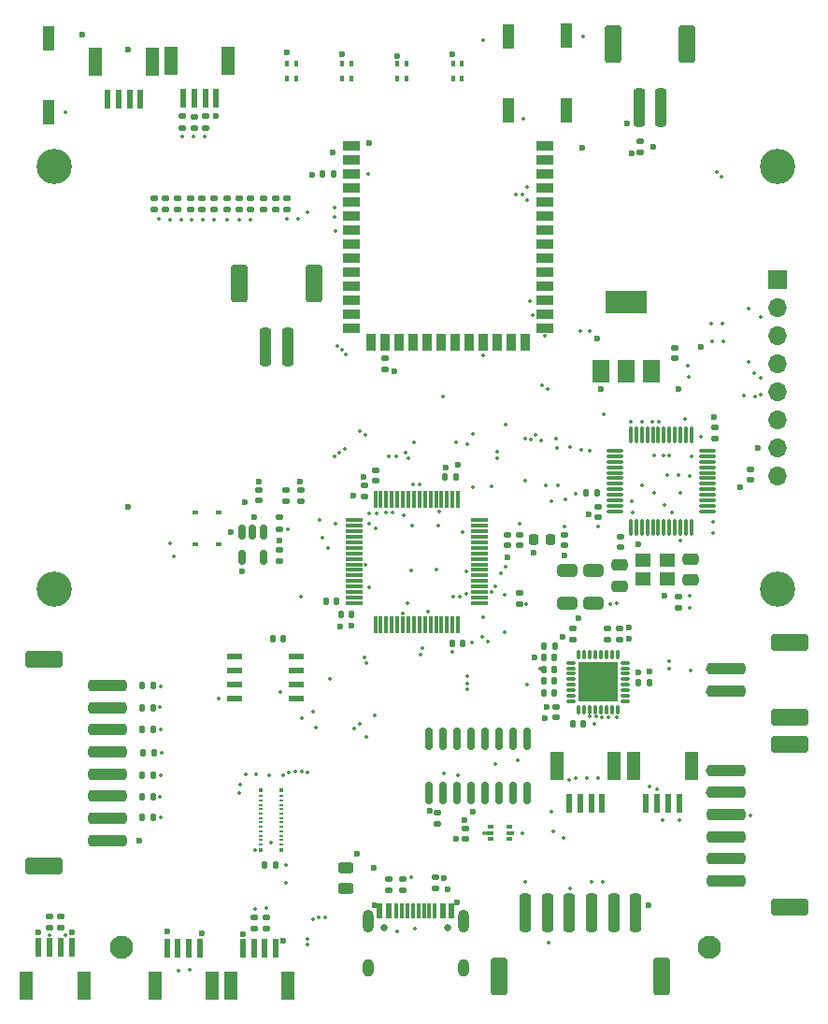
<source format=gbr>
%TF.GenerationSoftware,KiCad,Pcbnew,(6.0.11)*%
%TF.CreationDate,2023-04-23T13:39:53-07:00*%
%TF.ProjectId,EV6 Board Design,45563620-426f-4617-9264-204465736967,rev?*%
%TF.SameCoordinates,Original*%
%TF.FileFunction,Soldermask,Top*%
%TF.FilePolarity,Negative*%
%FSLAX46Y46*%
G04 Gerber Fmt 4.6, Leading zero omitted, Abs format (unit mm)*
G04 Created by KiCad (PCBNEW (6.0.11)) date 2023-04-23 13:39:53*
%MOMM*%
%LPD*%
G01*
G04 APERTURE LIST*
G04 Aperture macros list*
%AMRoundRect*
0 Rectangle with rounded corners*
0 $1 Rounding radius*
0 $2 $3 $4 $5 $6 $7 $8 $9 X,Y pos of 4 corners*
0 Add a 4 corners polygon primitive as box body*
4,1,4,$2,$3,$4,$5,$6,$7,$8,$9,$2,$3,0*
0 Add four circle primitives for the rounded corners*
1,1,$1+$1,$2,$3*
1,1,$1+$1,$4,$5*
1,1,$1+$1,$6,$7*
1,1,$1+$1,$8,$9*
0 Add four rect primitives between the rounded corners*
20,1,$1+$1,$2,$3,$4,$5,0*
20,1,$1+$1,$4,$5,$6,$7,0*
20,1,$1+$1,$6,$7,$8,$9,0*
20,1,$1+$1,$8,$9,$2,$3,0*%
G04 Aperture macros list end*
%ADD10R,0.500000X1.700000*%
%ADD11R,1.200000X2.500000*%
%ADD12C,3.200000*%
%ADD13RoundRect,0.135000X-0.135000X-0.185000X0.135000X-0.185000X0.135000X0.185000X-0.135000X0.185000X0*%
%ADD14RoundRect,0.140000X0.140000X0.170000X-0.140000X0.170000X-0.140000X-0.170000X0.140000X-0.170000X0*%
%ADD15R,1.422400X0.533400*%
%ADD16RoundRect,0.140000X-0.140000X-0.170000X0.140000X-0.170000X0.140000X0.170000X-0.140000X0.170000X0*%
%ADD17R,0.600000X0.450000*%
%ADD18RoundRect,0.075000X0.075000X-0.662500X0.075000X0.662500X-0.075000X0.662500X-0.075000X-0.662500X0*%
%ADD19RoundRect,0.075000X0.662500X-0.075000X0.662500X0.075000X-0.662500X0.075000X-0.662500X-0.075000X0*%
%ADD20RoundRect,0.140000X0.170000X-0.140000X0.170000X0.140000X-0.170000X0.140000X-0.170000X-0.140000X0*%
%ADD21RoundRect,0.250000X-0.475000X0.250000X-0.475000X-0.250000X0.475000X-0.250000X0.475000X0.250000X0*%
%ADD22RoundRect,0.135000X-0.185000X0.135000X-0.185000X-0.135000X0.185000X-0.135000X0.185000X0.135000X0*%
%ADD23RoundRect,0.140000X-0.170000X0.140000X-0.170000X-0.140000X0.170000X-0.140000X0.170000X0.140000X0*%
%ADD24RoundRect,0.250000X1.500000X-0.250000X1.500000X0.250000X-1.500000X0.250000X-1.500000X-0.250000X0*%
%ADD25RoundRect,0.250001X1.449999X-0.499999X1.449999X0.499999X-1.449999X0.499999X-1.449999X-0.499999X0*%
%ADD26R,0.400000X0.410000*%
%ADD27R,0.400000X0.200000*%
%ADD28RoundRect,0.075000X0.700000X0.075000X-0.700000X0.075000X-0.700000X-0.075000X0.700000X-0.075000X0*%
%ADD29RoundRect,0.075000X0.075000X0.700000X-0.075000X0.700000X-0.075000X-0.700000X0.075000X-0.700000X0*%
%ADD30RoundRect,0.135000X0.185000X-0.135000X0.185000X0.135000X-0.185000X0.135000X-0.185000X-0.135000X0*%
%ADD31RoundRect,0.218750X-0.218750X-0.256250X0.218750X-0.256250X0.218750X0.256250X-0.218750X0.256250X0*%
%ADD32RoundRect,0.135000X0.135000X0.185000X-0.135000X0.185000X-0.135000X-0.185000X0.135000X-0.185000X0*%
%ADD33C,2.100000*%
%ADD34R,1.700000X1.700000*%
%ADD35O,1.700000X1.700000*%
%ADD36RoundRect,0.250000X0.650000X-0.325000X0.650000X0.325000X-0.650000X0.325000X-0.650000X-0.325000X0*%
%ADD37RoundRect,0.243750X0.456250X-0.243750X0.456250X0.243750X-0.456250X0.243750X-0.456250X-0.243750X0*%
%ADD38RoundRect,0.250000X0.250000X1.500000X-0.250000X1.500000X-0.250000X-1.500000X0.250000X-1.500000X0*%
%ADD39RoundRect,0.250001X0.499999X1.449999X-0.499999X1.449999X-0.499999X-1.449999X0.499999X-1.449999X0*%
%ADD40R,1.120000X2.160000*%
%ADD41RoundRect,0.007500X-0.372500X-0.117500X0.372500X-0.117500X0.372500X0.117500X-0.372500X0.117500X0*%
%ADD42RoundRect,0.007500X0.117500X-0.372500X0.117500X0.372500X-0.117500X0.372500X-0.117500X-0.372500X0*%
%ADD43R,3.650000X3.650000*%
%ADD44RoundRect,0.250000X0.475000X-0.250000X0.475000X0.250000X-0.475000X0.250000X-0.475000X-0.250000X0*%
%ADD45R,0.400000X0.600000*%
%ADD46RoundRect,0.150000X0.150000X-0.825000X0.150000X0.825000X-0.150000X0.825000X-0.150000X-0.825000X0*%
%ADD47R,1.500000X2.000000*%
%ADD48R,3.800000X2.000000*%
%ADD49R,1.500000X0.900000*%
%ADD50R,0.900000X1.500000*%
%ADD51RoundRect,0.250000X-0.250000X-1.500000X0.250000X-1.500000X0.250000X1.500000X-0.250000X1.500000X0*%
%ADD52RoundRect,0.250001X-0.499999X-1.449999X0.499999X-1.449999X0.499999X1.449999X-0.499999X1.449999X0*%
%ADD53RoundRect,0.250000X-1.500000X0.250000X-1.500000X-0.250000X1.500000X-0.250000X1.500000X0.250000X0*%
%ADD54RoundRect,0.250001X-1.449999X0.499999X-1.449999X-0.499999X1.449999X-0.499999X1.449999X0.499999X0*%
%ADD55C,0.650000*%
%ADD56R,0.600000X1.450000*%
%ADD57R,0.300000X1.450000*%
%ADD58O,1.000000X2.100000*%
%ADD59O,1.000000X1.600000*%
%ADD60R,0.500000X0.375000*%
%ADD61R,0.650000X0.300000*%
%ADD62RoundRect,0.150000X-0.150000X0.512500X-0.150000X-0.512500X0.150000X-0.512500X0.150000X0.512500X0*%
%ADD63R,1.400000X1.200000*%
%ADD64C,0.350000*%
%ADD65C,0.600000*%
G04 APERTURE END LIST*
D10*
%TO.C,J14*%
X221400000Y-76180000D03*
X220400000Y-76180000D03*
X219400000Y-76180000D03*
X218400000Y-76180000D03*
D11*
X222500000Y-72780000D03*
X217300000Y-72780000D03*
%TD*%
D10*
%TO.C,J13*%
X214530000Y-76200000D03*
X213530000Y-76200000D03*
X212530000Y-76200000D03*
X211530000Y-76200000D03*
D11*
X215630000Y-72800000D03*
X210430000Y-72800000D03*
%TD*%
D10*
%TO.C,J12*%
X263330000Y-139990000D03*
X262330000Y-139990000D03*
X261330000Y-139990000D03*
X260330000Y-139990000D03*
D11*
X264430000Y-136590000D03*
X259230000Y-136590000D03*
%TD*%
D10*
%TO.C,J7*%
X223800000Y-153070000D03*
X224800000Y-153070000D03*
X225800000Y-153070000D03*
X226800000Y-153070000D03*
D11*
X222700000Y-156470000D03*
X227900000Y-156470000D03*
%TD*%
D10*
%TO.C,J6*%
X256370000Y-139960000D03*
X255370000Y-139960000D03*
X254370000Y-139960000D03*
X253370000Y-139960000D03*
D11*
X257470000Y-136560000D03*
X252270000Y-136560000D03*
%TD*%
D10*
%TO.C,J5*%
X216920000Y-153100000D03*
X217920000Y-153100000D03*
X218920000Y-153100000D03*
X219920000Y-153100000D03*
D11*
X215820000Y-156500000D03*
X221020000Y-156500000D03*
%TD*%
D10*
%TO.C,J3*%
X205290000Y-153050000D03*
X206290000Y-153050000D03*
X207290000Y-153050000D03*
X208290000Y-153050000D03*
D11*
X204190000Y-156450000D03*
X209390000Y-156450000D03*
%TD*%
D12*
%TO.C,REF\u002A\u002A*%
X206750000Y-120600000D03*
%TD*%
D13*
%TO.C,R28*%
X214740000Y-135400000D03*
X215760000Y-135400000D03*
%TD*%
D14*
%TO.C,C13*%
X233630000Y-122900000D03*
X232670000Y-122900000D03*
%TD*%
D15*
%TO.C,CR1*%
X223056000Y-126645000D03*
X223056000Y-127915000D03*
X223056000Y-129185000D03*
X223056000Y-130455000D03*
X228644000Y-130455000D03*
X228644000Y-129185000D03*
X228644000Y-127915000D03*
X228644000Y-126645000D03*
%TD*%
D16*
%TO.C,C22*%
X231320000Y-121700000D03*
X232280000Y-121700000D03*
%TD*%
D17*
%TO.C,D2*%
X219500000Y-113610000D03*
X221600000Y-113610000D03*
%TD*%
D12*
%TO.C,REF\u002A\u002A*%
X206750000Y-82300000D03*
%TD*%
D18*
%TO.C,U5*%
X258950000Y-114962500D03*
X259450000Y-114962500D03*
X259950000Y-114962500D03*
X260450000Y-114962500D03*
X260950000Y-114962500D03*
X261450000Y-114962500D03*
X261950000Y-114962500D03*
X262450000Y-114962500D03*
X262950000Y-114962500D03*
X263450000Y-114962500D03*
X263950000Y-114962500D03*
X264450000Y-114962500D03*
D19*
X265862500Y-113550000D03*
X265862500Y-113050000D03*
X265862500Y-112550000D03*
X265862500Y-112050000D03*
X265862500Y-111550000D03*
X265862500Y-111050000D03*
X265862500Y-110550000D03*
X265862500Y-110050000D03*
X265862500Y-109550000D03*
X265862500Y-109050000D03*
X265862500Y-108550000D03*
X265862500Y-108050000D03*
D18*
X264450000Y-106637500D03*
X263950000Y-106637500D03*
X263450000Y-106637500D03*
X262950000Y-106637500D03*
X262450000Y-106637500D03*
X261950000Y-106637500D03*
X261450000Y-106637500D03*
X260950000Y-106637500D03*
X260450000Y-106637500D03*
X259950000Y-106637500D03*
X259450000Y-106637500D03*
X258950000Y-106637500D03*
D19*
X257537500Y-108050000D03*
X257537500Y-108550000D03*
X257537500Y-109050000D03*
X257537500Y-109550000D03*
X257537500Y-110050000D03*
X257537500Y-110550000D03*
X257537500Y-111050000D03*
X257537500Y-111550000D03*
X257537500Y-112050000D03*
X257537500Y-112550000D03*
X257537500Y-113050000D03*
X257537500Y-113550000D03*
%TD*%
D14*
%TO.C,C33*%
X227450000Y-125110000D03*
X226490000Y-125110000D03*
%TD*%
D20*
%TO.C,C14*%
X234800000Y-112180000D03*
X234800000Y-111220000D03*
%TD*%
D21*
%TO.C,C4*%
X257900000Y-118400000D03*
X257900000Y-120300000D03*
%TD*%
D20*
%TO.C,C3*%
X257900000Y-125130000D03*
X257900000Y-124170000D03*
%TD*%
D22*
%TO.C,R3*%
X238300000Y-146840000D03*
X238300000Y-147860000D03*
%TD*%
D23*
%TO.C,C2*%
X262940000Y-98730000D03*
X262940000Y-99690000D03*
%TD*%
D20*
%TO.C,C19*%
X225250000Y-112560000D03*
X225250000Y-111600000D03*
%TD*%
D22*
%TO.C,R38*%
X227750000Y-111600000D03*
X227750000Y-112620000D03*
%TD*%
D24*
%TO.C,J8*%
X267600000Y-147000000D03*
X267600000Y-145000000D03*
X267600000Y-143000000D03*
X267600000Y-141000000D03*
X267600000Y-139000000D03*
X267600000Y-137000000D03*
D25*
X273350000Y-149350000D03*
X273350000Y-134650000D03*
%TD*%
D26*
%TO.C,U13*%
X225390000Y-144215000D03*
D27*
X225390000Y-143710000D03*
X225390000Y-143310000D03*
X225390000Y-142907924D03*
X225390000Y-142510000D03*
X225390000Y-142110000D03*
X225390000Y-141710000D03*
X225390000Y-141310000D03*
X225390000Y-140910000D03*
X225390000Y-140510000D03*
X225390000Y-140110000D03*
X225390000Y-139710000D03*
X225390000Y-139310000D03*
D26*
X225390000Y-138805000D03*
X227270000Y-138805000D03*
D27*
X227270000Y-139310000D03*
X227270000Y-139710000D03*
X227270000Y-140110000D03*
X227270000Y-140510000D03*
X227270000Y-140910000D03*
X227270000Y-141310000D03*
X227270000Y-141710000D03*
X227270000Y-142110000D03*
X227270000Y-142510000D03*
X227270000Y-142907924D03*
X227270000Y-143310000D03*
X227270000Y-143710000D03*
D26*
X227270000Y-144215000D03*
%TD*%
D28*
%TO.C,U1*%
X245225000Y-121850000D03*
X245225000Y-121350000D03*
X245225000Y-120850000D03*
X245225000Y-120350000D03*
X245225000Y-119850000D03*
X245225000Y-119350000D03*
X245225000Y-118850000D03*
X245225000Y-118350000D03*
X245225000Y-117850000D03*
X245225000Y-117350000D03*
X245225000Y-116850000D03*
X245225000Y-116350000D03*
X245225000Y-115850000D03*
X245225000Y-115350000D03*
X245225000Y-114850000D03*
X245225000Y-114350000D03*
D29*
X243300000Y-112425000D03*
X242800000Y-112425000D03*
X242300000Y-112425000D03*
X241800000Y-112425000D03*
X241300000Y-112425000D03*
X240800000Y-112425000D03*
X240300000Y-112425000D03*
X239800000Y-112425000D03*
X239300000Y-112425000D03*
X238800000Y-112425000D03*
X238300000Y-112425000D03*
X237800000Y-112425000D03*
X237300000Y-112425000D03*
X236800000Y-112425000D03*
X236300000Y-112425000D03*
X235800000Y-112425000D03*
D28*
X233875000Y-114350000D03*
X233875000Y-114850000D03*
X233875000Y-115350000D03*
X233875000Y-115850000D03*
X233875000Y-116350000D03*
X233875000Y-116850000D03*
X233875000Y-117350000D03*
X233875000Y-117850000D03*
X233875000Y-118350000D03*
X233875000Y-118850000D03*
X233875000Y-119350000D03*
X233875000Y-119850000D03*
X233875000Y-120350000D03*
X233875000Y-120850000D03*
X233875000Y-121350000D03*
X233875000Y-121850000D03*
D29*
X235800000Y-123775000D03*
X236300000Y-123775000D03*
X236800000Y-123775000D03*
X237300000Y-123775000D03*
X237800000Y-123775000D03*
X238300000Y-123775000D03*
X238800000Y-123775000D03*
X239300000Y-123775000D03*
X239800000Y-123775000D03*
X240300000Y-123775000D03*
X240800000Y-123775000D03*
X241300000Y-123775000D03*
X241800000Y-123775000D03*
X242300000Y-123775000D03*
X242800000Y-123775000D03*
X243300000Y-123775000D03*
%TD*%
D30*
%TO.C,R5*%
X248840000Y-121910000D03*
X248840000Y-120890000D03*
%TD*%
D20*
%TO.C,C16*%
X252200000Y-132180000D03*
X252200000Y-131220000D03*
%TD*%
D31*
%TO.C,120R1*%
X250112500Y-116100000D03*
X251687500Y-116100000D03*
%TD*%
D30*
%TO.C,R17*%
X226750000Y-86210000D03*
X226750000Y-85190000D03*
%TD*%
D22*
%TO.C,R13*%
X217850000Y-85190000D03*
X217850000Y-86210000D03*
%TD*%
D20*
%TO.C,C20*%
X269750000Y-110680000D03*
X269750000Y-109720000D03*
%TD*%
D13*
%TO.C,R30*%
X214640000Y-137400000D03*
X215660000Y-137400000D03*
%TD*%
D32*
%TO.C,R4*%
X232070000Y-83000000D03*
X231050000Y-83000000D03*
%TD*%
D33*
%TO.C,REF\u002A\u002A*%
X266100000Y-153020000D03*
%TD*%
D22*
%TO.C,R39*%
X229100000Y-111590000D03*
X229100000Y-112610000D03*
%TD*%
%TO.C,R21*%
X207270000Y-150190000D03*
X207270000Y-151210000D03*
%TD*%
D20*
%TO.C,C5*%
X243950000Y-143230000D03*
X243950000Y-142270000D03*
%TD*%
D34*
%TO.C,J4*%
X272250000Y-92560000D03*
D35*
X272250000Y-95100000D03*
X272250000Y-97640000D03*
X272250000Y-100180000D03*
X272250000Y-102720000D03*
X272250000Y-105260000D03*
X272250000Y-107800000D03*
X272250000Y-110340000D03*
%TD*%
D23*
%TO.C,C8*%
X247750000Y-115670000D03*
X247750000Y-116630000D03*
%TD*%
D22*
%TO.C,R12*%
X222400000Y-85190000D03*
X222400000Y-86210000D03*
%TD*%
%TO.C,R11*%
X223450000Y-85190000D03*
X223450000Y-86210000D03*
%TD*%
D23*
%TO.C,C21*%
X235850000Y-109820000D03*
X235850000Y-110780000D03*
%TD*%
D22*
%TO.C,R6*%
X224500000Y-85190000D03*
X224500000Y-86210000D03*
%TD*%
D30*
%TO.C,R16*%
X227800000Y-86210000D03*
X227800000Y-85190000D03*
%TD*%
D24*
%TO.C,J2*%
X267600000Y-129800000D03*
X267600000Y-127800000D03*
D25*
X273350000Y-132150000D03*
X273350000Y-125450000D03*
%TD*%
D22*
%TO.C,R35*%
X218310000Y-77790000D03*
X218310000Y-78810000D03*
%TD*%
D36*
%TO.C,C29*%
X255600000Y-121855000D03*
X255600000Y-118905000D03*
%TD*%
D16*
%TO.C,C27*%
X251070000Y-129950000D03*
X252030000Y-129950000D03*
%TD*%
D23*
%TO.C,C10*%
X252950000Y-115670000D03*
X252950000Y-116630000D03*
%TD*%
D30*
%TO.C,R24*%
X220100000Y-86210000D03*
X220100000Y-85190000D03*
%TD*%
D13*
%TO.C,R19*%
X254890000Y-111880000D03*
X255910000Y-111880000D03*
%TD*%
D12*
%TO.C,REF\u002A\u002A*%
X272250000Y-120600000D03*
%TD*%
D30*
%TO.C,R1*%
X263300000Y-122250000D03*
X263300000Y-121230000D03*
%TD*%
D14*
%TO.C,C12*%
X243730000Y-125500000D03*
X242770000Y-125500000D03*
%TD*%
D22*
%TO.C,R37*%
X227100000Y-117040000D03*
X227100000Y-118060000D03*
%TD*%
D30*
%TO.C,R18*%
X225700000Y-86210000D03*
X225700000Y-85190000D03*
%TD*%
D22*
%TO.C,R2*%
X241250000Y-146690000D03*
X241250000Y-147710000D03*
%TD*%
D20*
%TO.C,C25*%
X266600000Y-106930000D03*
X266600000Y-105970000D03*
%TD*%
%TO.C,C1*%
X237050000Y-147830000D03*
X237050000Y-146870000D03*
%TD*%
D30*
%TO.C,R32*%
X236650000Y-100710000D03*
X236650000Y-99690000D03*
%TD*%
D17*
%TO.C,D10*%
X219500000Y-116540000D03*
X221600000Y-116540000D03*
%TD*%
D22*
%TO.C,R8*%
X224790000Y-150300000D03*
X224790000Y-151320000D03*
%TD*%
D37*
%TO.C,D11*%
X233160000Y-147677500D03*
X233160000Y-145802500D03*
%TD*%
D38*
%TO.C,J15*%
X261700000Y-76950000D03*
X259700000Y-76950000D03*
D39*
X257350000Y-71200000D03*
X264050000Y-71200000D03*
%TD*%
D16*
%TO.C,C15*%
X253670000Y-132750000D03*
X254630000Y-132750000D03*
%TD*%
D40*
%TO.C,SW3*%
X247850000Y-77265000D03*
X247850000Y-70535000D03*
%TD*%
D22*
%TO.C,R15*%
X215800000Y-85190000D03*
X215800000Y-86210000D03*
%TD*%
D41*
%TO.C,U6*%
X253527500Y-127250000D03*
X253527500Y-127750000D03*
X253527500Y-128250000D03*
X253527500Y-128750000D03*
X253527500Y-129250000D03*
X253527500Y-129750000D03*
X253527500Y-130250000D03*
X253527500Y-130750000D03*
D42*
X254252500Y-131475000D03*
X254752500Y-131475000D03*
X255252500Y-131475000D03*
X255752500Y-131475000D03*
X256252500Y-131475000D03*
X256752500Y-131475000D03*
X257252500Y-131475000D03*
X257752500Y-131475000D03*
D41*
X258477500Y-130750000D03*
X258477500Y-130250000D03*
X258477500Y-129750000D03*
X258477500Y-129250000D03*
X258477500Y-128750000D03*
X258477500Y-128250000D03*
X258477500Y-127750000D03*
X258477500Y-127250000D03*
D42*
X257752500Y-126525000D03*
X257252500Y-126525000D03*
X256752500Y-126525000D03*
X256252500Y-126525000D03*
X255752500Y-126525000D03*
X255252500Y-126525000D03*
X254752500Y-126525000D03*
X254252500Y-126525000D03*
D43*
X256002500Y-129000000D03*
%TD*%
D44*
%TO.C,C23*%
X264350000Y-119750000D03*
X264350000Y-117850000D03*
%TD*%
D32*
%TO.C,R9*%
X252060000Y-125750000D03*
X251040000Y-125750000D03*
%TD*%
D22*
%TO.C,R14*%
X216825000Y-85190000D03*
X216825000Y-86210000D03*
%TD*%
D36*
%TO.C,C30*%
X253170000Y-121855000D03*
X253170000Y-118905000D03*
%TD*%
D13*
%TO.C,R22*%
X214640000Y-129350000D03*
X215660000Y-129350000D03*
%TD*%
D45*
%TO.C,D4*%
X242825000Y-74370000D03*
X242825000Y-72970000D03*
X243625000Y-72970000D03*
X243625000Y-74370000D03*
%TD*%
D22*
%TO.C,R36*%
X227150000Y-114110000D03*
X227150000Y-115130000D03*
%TD*%
%TO.C,R34*%
X219380000Y-77800000D03*
X219380000Y-78820000D03*
%TD*%
D40*
%TO.C,SW1*%
X206230000Y-77415000D03*
X206230000Y-70685000D03*
%TD*%
D46*
%TO.C,U3*%
X240655000Y-139045000D03*
X241925000Y-139045000D03*
X243195000Y-139045000D03*
X244465000Y-139045000D03*
X245735000Y-139045000D03*
X247005000Y-139045000D03*
X248275000Y-139045000D03*
X249545000Y-139045000D03*
X249545000Y-134095000D03*
X248275000Y-134095000D03*
X247005000Y-134095000D03*
X245735000Y-134095000D03*
X244465000Y-134095000D03*
X243195000Y-134095000D03*
X241925000Y-134095000D03*
X240655000Y-134095000D03*
%TD*%
D30*
%TO.C,R23*%
X221150000Y-86210000D03*
X221150000Y-85190000D03*
%TD*%
D32*
%TO.C,R41*%
X226790000Y-145580000D03*
X225770000Y-145580000D03*
%TD*%
D40*
%TO.C,SW2*%
X253100000Y-77215000D03*
X253100000Y-70485000D03*
%TD*%
D13*
%TO.C,R27*%
X214640000Y-133300000D03*
X215660000Y-133300000D03*
%TD*%
D16*
%TO.C,C18*%
X251070000Y-128900000D03*
X252030000Y-128900000D03*
%TD*%
%TO.C,C6*%
X259660000Y-129080000D03*
X260620000Y-129080000D03*
%TD*%
D47*
%TO.C,U2*%
X256250000Y-100860000D03*
D48*
X258550000Y-94560000D03*
D47*
X258550000Y-100860000D03*
X260850000Y-100860000D03*
%TD*%
D45*
%TO.C,D3*%
X227825000Y-74370000D03*
X227825000Y-72970000D03*
X228625000Y-72970000D03*
X228625000Y-74370000D03*
%TD*%
D49*
%TO.C,U11*%
X233650000Y-80465000D03*
X233650000Y-81735000D03*
X233650000Y-83005000D03*
X233650000Y-84275000D03*
X233650000Y-85545000D03*
X233650000Y-86815000D03*
X233650000Y-88085000D03*
X233650000Y-89355000D03*
X233650000Y-90625000D03*
X233650000Y-91895000D03*
X233650000Y-93165000D03*
X233650000Y-94435000D03*
X233650000Y-95705000D03*
X233650000Y-96975000D03*
D50*
X235415000Y-98225000D03*
X236685000Y-98225000D03*
X237955000Y-98225000D03*
X239225000Y-98225000D03*
X240495000Y-98225000D03*
X241765000Y-98225000D03*
X243035000Y-98225000D03*
X244305000Y-98225000D03*
X245575000Y-98225000D03*
X246845000Y-98225000D03*
X248115000Y-98225000D03*
X249385000Y-98225000D03*
D49*
X251150000Y-96975000D03*
X251150000Y-95705000D03*
X251150000Y-94435000D03*
X251150000Y-93165000D03*
X251150000Y-91895000D03*
X251150000Y-90625000D03*
X251150000Y-89355000D03*
X251150000Y-88085000D03*
X251150000Y-86815000D03*
X251150000Y-85545000D03*
X251150000Y-84275000D03*
X251150000Y-83005000D03*
X251150000Y-81735000D03*
X251150000Y-80465000D03*
%TD*%
D16*
%TO.C,C17*%
X251070000Y-127850000D03*
X252030000Y-127850000D03*
%TD*%
D23*
%TO.C,C7*%
X253700000Y-124170000D03*
X253700000Y-125130000D03*
%TD*%
D51*
%TO.C,J11*%
X249400000Y-149850000D03*
X251400000Y-149850000D03*
X253400000Y-149850000D03*
X255400000Y-149850000D03*
X257400000Y-149850000D03*
X259400000Y-149850000D03*
D52*
X261750000Y-155600000D03*
X247050000Y-155600000D03*
%TD*%
D20*
%TO.C,C32*%
X241460000Y-141810000D03*
X241460000Y-140850000D03*
%TD*%
D53*
%TO.C,J10*%
X211570000Y-129330000D03*
X211570000Y-131330000D03*
X211570000Y-133330000D03*
X211570000Y-135330000D03*
X211570000Y-137330000D03*
X211570000Y-139330000D03*
X211570000Y-141330000D03*
X211570000Y-143330000D03*
D54*
X205820000Y-126980000D03*
X205820000Y-145680000D03*
%TD*%
D23*
%TO.C,C31*%
X256850000Y-124170000D03*
X256850000Y-125130000D03*
%TD*%
D12*
%TO.C,REF\u002A\u002A*%
X272250000Y-82300000D03*
%TD*%
D23*
%TO.C,C9*%
X248850000Y-115670000D03*
X248850000Y-116630000D03*
%TD*%
%TO.C,C24*%
X258010000Y-115860000D03*
X258010000Y-116820000D03*
%TD*%
D38*
%TO.C,J1*%
X227860000Y-98630000D03*
X225860000Y-98630000D03*
D39*
X223510000Y-92880000D03*
X230210000Y-92880000D03*
%TD*%
D33*
%TO.C,REF\u002A\u002A*%
X212800000Y-153020000D03*
%TD*%
D55*
%TO.C,J9*%
X236560000Y-151200000D03*
X242340000Y-151200000D03*
D56*
X236200000Y-149755000D03*
X237000000Y-149755000D03*
D57*
X238200000Y-149755000D03*
X239200000Y-149755000D03*
X239700000Y-149755000D03*
X240700000Y-149755000D03*
D56*
X241900000Y-149755000D03*
X242700000Y-149755000D03*
X242700000Y-149755000D03*
X241900000Y-149755000D03*
D57*
X241200000Y-149755000D03*
X240200000Y-149755000D03*
X238700000Y-149755000D03*
X237700000Y-149755000D03*
D56*
X237000000Y-149755000D03*
X236200000Y-149755000D03*
D58*
X243770000Y-150670000D03*
X235130000Y-150670000D03*
D59*
X243770000Y-154850000D03*
X235130000Y-154850000D03*
%TD*%
D45*
%TO.C,D5*%
X232825000Y-74370000D03*
X232825000Y-72970000D03*
X233625000Y-72970000D03*
X233625000Y-74370000D03*
%TD*%
D13*
%TO.C,R29*%
X214640000Y-141250000D03*
X215660000Y-141250000D03*
%TD*%
%TO.C,R26*%
X214640000Y-131300000D03*
X215660000Y-131300000D03*
%TD*%
D16*
%TO.C,C11*%
X242120000Y-110450000D03*
X243080000Y-110450000D03*
%TD*%
D45*
%TO.C,D18*%
X237825000Y-74370000D03*
X237825000Y-72970000D03*
X238625000Y-72970000D03*
X238625000Y-74370000D03*
%TD*%
D60*
%TO.C,U4*%
X246250000Y-142112500D03*
D61*
X246175000Y-142650000D03*
D60*
X246250000Y-143187500D03*
X247950000Y-143187500D03*
D61*
X248025000Y-142650000D03*
D60*
X247950000Y-142112500D03*
%TD*%
D22*
%TO.C,R33*%
X220470000Y-77790000D03*
X220470000Y-78810000D03*
%TD*%
%TO.C,R40*%
X259760000Y-80060000D03*
X259760000Y-81080000D03*
%TD*%
D13*
%TO.C,R31*%
X214640000Y-139350000D03*
X215660000Y-139350000D03*
%TD*%
D22*
%TO.C,R20*%
X206260000Y-150200000D03*
X206260000Y-151220000D03*
%TD*%
D62*
%TO.C,U12*%
X225650000Y-115412500D03*
X224700000Y-115412500D03*
X223750000Y-115412500D03*
X223750000Y-117687500D03*
X225650000Y-117687500D03*
%TD*%
D14*
%TO.C,C28*%
X252030000Y-126800000D03*
X251070000Y-126800000D03*
%TD*%
D22*
%TO.C,R7*%
X225900000Y-150340000D03*
X225900000Y-151360000D03*
%TD*%
D20*
%TO.C,C26*%
X256000000Y-114080000D03*
X256000000Y-113120000D03*
%TD*%
D30*
%TO.C,R25*%
X219050000Y-86210000D03*
X219050000Y-85190000D03*
%TD*%
D63*
%TO.C,Y1*%
X260050000Y-119650000D03*
X262250000Y-119650000D03*
X262250000Y-117950000D03*
X260050000Y-117950000D03*
%TD*%
D64*
X261840000Y-141470000D03*
X263320000Y-141500000D03*
D65*
X254555000Y-80655000D03*
X209290000Y-70400000D03*
X213380000Y-71700000D03*
X221350000Y-77730000D03*
X237550000Y-100840000D03*
X230100000Y-83050000D03*
X231940000Y-81050000D03*
X235209500Y-80200500D03*
X227790000Y-72020000D03*
X232800000Y-72140000D03*
X237800000Y-72340000D03*
X242800000Y-72180000D03*
X260980000Y-80510000D03*
X258650000Y-78400000D03*
X259000000Y-81110000D03*
X265300000Y-98700000D03*
X255863000Y-97887000D03*
X256250000Y-102460000D03*
X263310000Y-102470000D03*
X266525500Y-105050000D03*
X270430000Y-107800000D03*
X268880000Y-111320000D03*
X262000000Y-121200000D03*
X259650000Y-116550000D03*
X255100878Y-113816541D03*
X252950000Y-117500000D03*
X250150000Y-117300000D03*
X247750000Y-117700000D03*
X243300000Y-109350000D03*
X242200000Y-109550000D03*
X233800000Y-112120000D03*
X234750000Y-110400000D03*
X213380000Y-113120000D03*
X228960000Y-110850000D03*
X225250000Y-110820000D03*
X227100000Y-116150000D03*
X224800000Y-114050000D03*
X224015000Y-112735000D03*
X222690000Y-115390000D03*
X223750000Y-119000000D03*
X233600000Y-123850000D03*
X232606611Y-123960377D03*
X251190497Y-132249503D03*
X251300000Y-131250000D03*
X250250000Y-126770000D03*
X252775000Y-124925000D03*
X254240000Y-123250000D03*
X258812206Y-124092206D03*
X258800000Y-125050000D03*
X259650000Y-128110000D03*
X260620000Y-128010000D03*
X240733000Y-140660023D03*
X244655000Y-140725000D03*
X243900000Y-141510000D03*
X243120000Y-143230000D03*
X214450000Y-143380000D03*
X205250000Y-151680000D03*
X208320000Y-151660000D03*
X217000000Y-151610000D03*
X220050000Y-151730000D03*
X227434813Y-152423000D03*
X223800000Y-151790000D03*
X234125688Y-144574312D03*
X235635000Y-145785000D03*
X235780000Y-149170000D03*
X242050000Y-146713000D03*
X242360000Y-147790000D03*
X243200000Y-148920000D03*
X260590000Y-149170000D03*
D64*
X270690000Y-95950000D03*
X270690000Y-101430000D03*
X269610000Y-99980000D03*
X269599609Y-95187104D03*
X270725411Y-102939103D03*
X270160000Y-101002000D03*
X238586331Y-108245758D03*
X238360000Y-113912000D03*
X238780000Y-108760000D03*
X239118801Y-114801199D03*
X251130000Y-97660000D03*
X247203563Y-119146500D03*
X248900000Y-114650000D03*
X229030000Y-121230000D03*
X227174713Y-129914713D03*
X252950000Y-114900000D03*
X244550000Y-125450000D03*
X262679913Y-113643530D03*
X251740000Y-140740000D03*
X255609462Y-132750538D03*
X251900000Y-142549500D03*
X264280000Y-122270000D03*
X249400000Y-147100000D03*
X224890378Y-149513556D03*
X265300000Y-106800000D03*
X256000000Y-114950000D03*
X259100000Y-113650000D03*
X225920000Y-149474500D03*
X249150000Y-142700000D03*
X239083725Y-146649500D03*
X253940000Y-111940000D03*
X221650000Y-130500000D03*
X245688000Y-142650000D03*
X224935000Y-144215000D03*
X242750000Y-126300000D03*
X254600000Y-70550000D03*
X264450500Y-108550000D03*
X269750000Y-141050000D03*
X229624500Y-152240000D03*
X240050000Y-125950000D03*
X234970000Y-133990000D03*
X229624500Y-152789503D03*
X235730000Y-132030000D03*
X239910562Y-126538104D03*
X227742000Y-147154500D03*
X227860000Y-115160000D03*
X239406188Y-151306188D03*
X237800000Y-151550000D03*
X255261051Y-132125538D03*
X247530000Y-124464047D03*
X249372000Y-110805504D03*
X262466003Y-108448500D03*
X247548500Y-121120000D03*
X244080403Y-118991217D03*
X249373725Y-106991851D03*
X206250000Y-151890000D03*
X234424500Y-106308000D03*
X207708220Y-151944041D03*
X234927130Y-106635000D03*
X251460000Y-152560000D03*
X251730000Y-112653000D03*
X261980000Y-112930000D03*
X264360000Y-127940000D03*
X264280000Y-121180000D03*
X252880000Y-143150000D03*
X253410000Y-147710000D03*
X244150000Y-129670000D03*
X231250000Y-150270000D03*
X249520287Y-129259713D03*
X250774500Y-127790000D03*
X255195000Y-108045000D03*
X253330000Y-137900000D03*
X235180000Y-82960000D03*
X249478331Y-121910000D03*
X260660000Y-138490000D03*
X230160000Y-150470000D03*
X244156500Y-128470000D03*
X222400000Y-87150000D03*
X262249964Y-110250036D03*
X223450000Y-87150000D03*
X263249397Y-110261821D03*
X224500000Y-87150000D03*
X264268261Y-110315885D03*
X230420170Y-133115000D03*
X226147000Y-137400000D03*
X233912670Y-133231671D03*
X246345000Y-120845000D03*
X246670000Y-120350000D03*
X234382573Y-132761769D03*
X237339388Y-113641212D03*
X218010000Y-155120000D03*
X236790000Y-113630000D03*
X219020000Y-155070000D03*
X249590000Y-84220000D03*
X255968792Y-137679969D03*
X266270552Y-96540411D03*
X253473500Y-107746500D03*
X267160000Y-83285763D03*
X266331312Y-98180351D03*
X237679713Y-108570287D03*
X254969290Y-137680604D03*
X267270000Y-96530000D03*
X252266750Y-107786750D03*
X267330000Y-98140000D03*
X249570000Y-85390000D03*
X266722000Y-82847763D03*
X237060000Y-108570000D03*
X229144626Y-137108384D03*
X223501000Y-139085414D03*
X230800000Y-114300000D03*
X224028265Y-137315620D03*
X232200000Y-114650000D03*
X231041676Y-115961775D03*
X227473000Y-137397000D03*
X244156500Y-129110000D03*
X230705570Y-150344494D03*
X231500000Y-116850000D03*
X228525200Y-137108384D03*
X234848560Y-126749350D03*
X229684820Y-137209102D03*
X226380000Y-143500000D03*
X235032928Y-127267000D03*
X247641224Y-105652000D03*
X243159164Y-107323319D03*
X263439628Y-111830912D03*
X216203414Y-87103046D03*
X244149583Y-107457756D03*
X217200692Y-87169691D03*
X244605068Y-106554932D03*
X218200000Y-87150000D03*
X265924500Y-129870000D03*
X262400000Y-127780000D03*
X265924500Y-127850000D03*
X262410000Y-127070000D03*
X257695834Y-121821500D03*
X265924500Y-137050000D03*
X257110000Y-121930000D03*
X265924500Y-139050000D03*
X231731500Y-128747000D03*
X227981659Y-137189108D03*
X230200000Y-131687000D03*
X225027000Y-137354767D03*
X259059238Y-112651329D03*
X207745000Y-77415000D03*
X214550000Y-76840000D03*
X252990000Y-112480000D03*
X249919030Y-107059622D03*
X252390000Y-111200000D03*
X259990000Y-111200000D03*
X249130000Y-84870000D03*
X252157938Y-106957938D03*
X251247563Y-111200000D03*
X250795000Y-107115000D03*
X261040000Y-111890000D03*
X248580641Y-84857458D03*
X245600000Y-70920000D03*
X249180000Y-77960000D03*
X229155000Y-132239000D03*
X223593000Y-138281470D03*
X238728000Y-121835000D03*
X261916500Y-108448500D03*
X261040500Y-108448500D03*
X246011901Y-125340547D03*
X263465523Y-116194477D03*
X234930000Y-118350000D03*
X240540000Y-122641000D03*
X239330937Y-107289063D03*
X261290000Y-138740000D03*
X245520000Y-124920000D03*
X241900000Y-103150500D03*
X250356664Y-106615782D03*
X227800000Y-87100000D03*
X232200000Y-88200000D03*
X228799503Y-87100000D03*
X232100000Y-86900000D03*
X229650000Y-86437000D03*
X232090000Y-86010000D03*
X235280000Y-120380000D03*
X227710000Y-145560000D03*
X216330000Y-129360000D03*
X239800000Y-111100000D03*
X238300000Y-122790000D03*
X221198509Y-87150000D03*
X239055000Y-118880000D03*
X220354063Y-79575500D03*
X241350500Y-118815000D03*
X245590000Y-99400000D03*
X263888000Y-105190962D03*
X261469096Y-105418881D03*
X250901109Y-102127000D03*
X220199006Y-87150000D03*
X243700000Y-115450000D03*
X219350000Y-79570000D03*
X254362000Y-97190000D03*
X254473000Y-107973000D03*
X253970000Y-137660000D03*
X255238000Y-97230000D03*
X244612104Y-111350000D03*
X219199503Y-87150000D03*
X218300000Y-79575500D03*
X247567728Y-118592272D03*
X246314023Y-111285977D03*
X239250497Y-111100000D03*
X216320000Y-131290000D03*
X216340000Y-133310000D03*
X217206500Y-116460000D03*
X216450000Y-135410000D03*
X217533500Y-117620000D03*
X216360000Y-141240000D03*
X251400500Y-102454000D03*
X232073935Y-108562000D03*
X256514062Y-104784062D03*
X260920000Y-105440000D03*
X232371783Y-98543990D03*
X233030000Y-107908000D03*
X250040000Y-95750000D03*
X216360000Y-137400000D03*
X233148897Y-99321104D03*
X249850000Y-94500000D03*
X216320000Y-139350000D03*
X232760340Y-98932547D03*
X232528897Y-108235000D03*
X246880000Y-108720000D03*
X266430000Y-115530000D03*
X264170000Y-101360000D03*
X269220000Y-103090000D03*
X259970000Y-105462000D03*
X255400000Y-147080000D03*
X264147794Y-100360745D03*
X270217737Y-103149389D03*
X256430000Y-147080000D03*
X258940644Y-105430644D03*
X246880000Y-108170497D03*
X266420000Y-114480000D03*
X243500000Y-121291000D03*
X256355439Y-132213388D03*
X241540000Y-114850000D03*
X241575500Y-113527306D03*
X235880000Y-115120000D03*
X235890000Y-113770000D03*
X235270000Y-114668000D03*
X235240713Y-113761287D03*
X242824500Y-121291000D03*
X255810209Y-132144995D03*
X257690000Y-132190000D03*
X244075500Y-120972000D03*
X256903586Y-132174818D03*
X245561808Y-123118192D03*
X241980000Y-137310000D03*
X248690000Y-136092000D03*
X243260000Y-137440000D03*
X246648500Y-136432000D03*
M02*

</source>
